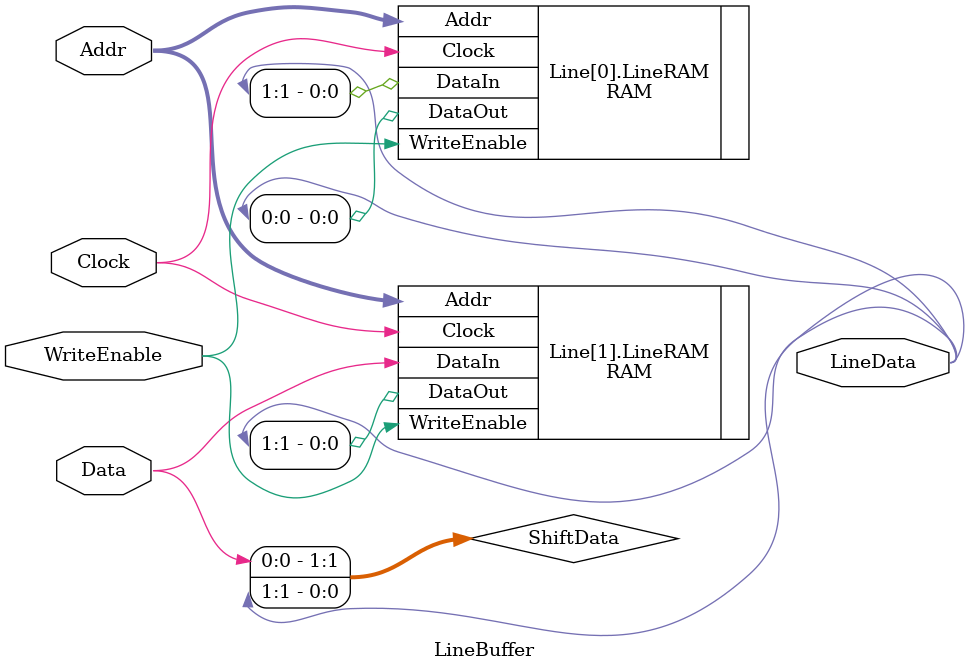
<source format=v>
`define l	ImageWidth
`define n	WindowSize
`define wd	AddrWidth

module LineBuffer
#(
	parameter AddrWidth = 3,
	parameter ImageWidth = 7,
	parameter WindowSize = 3
)
(
	input	Clock,
	input	WriteEnable,
	input	[`wd-1:0]Addr,
	input	Data,
	output	[`n-2:0]LineData
);

	wire	[`n-2:0]ShiftData;
	
	assign ShiftData[`n-3:0] = LineData[`n-2:1];
	assign ShiftData[`n-2] = Data;

	generate
		genvar i;
		for(i=0; i<`n-1; i=i+1)
		begin:Line
			RAM #(	.AddrWidth			(AddrWidth),
					.ImageWidth			(ImageWidth))
				LineRAM(.Clock			(Clock),
						.WriteEnable	(WriteEnable),
						.DataIn			(ShiftData[i]),
						.Addr			(Addr),
						.DataOut		(LineData[i]));
		end
	endgenerate

endmodule 
</source>
